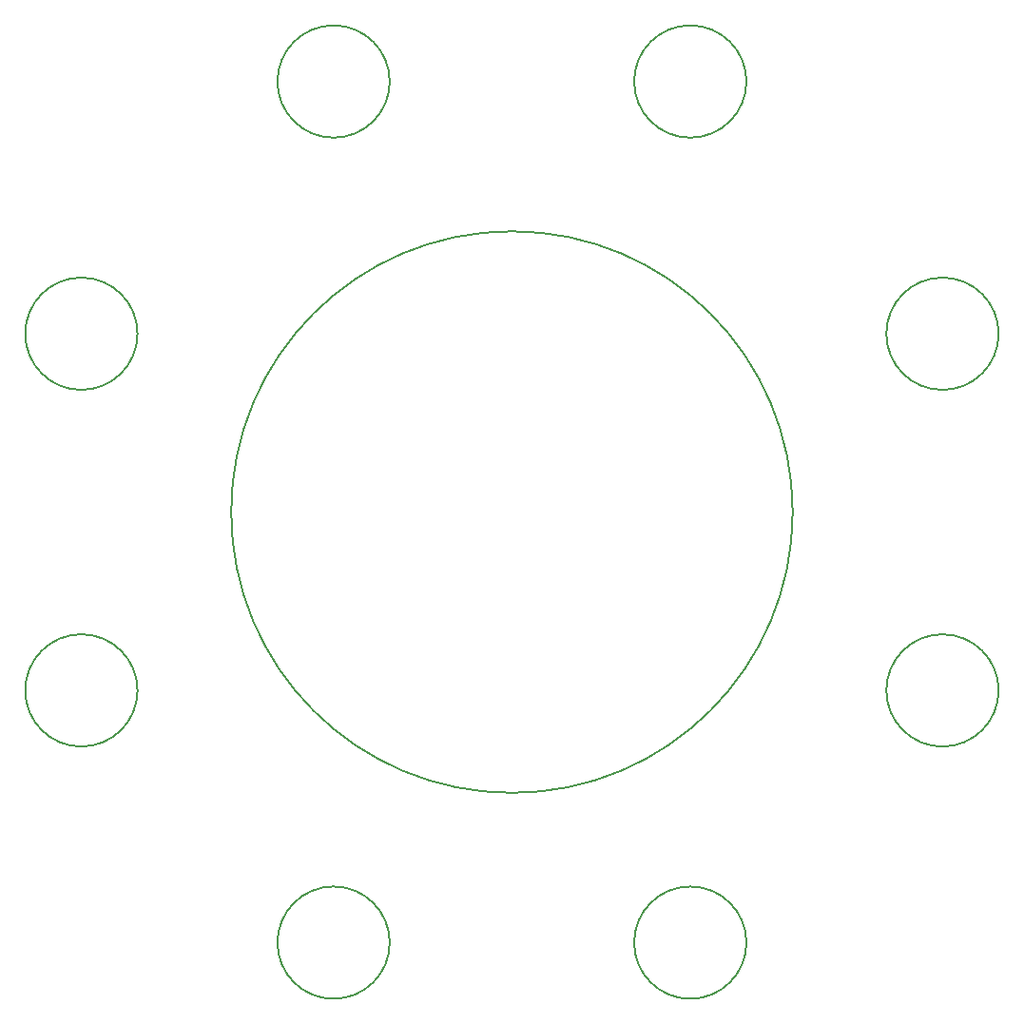
<source format=gbr>
%TF.GenerationSoftware,KiCad,Pcbnew,7.0.2*%
%TF.CreationDate,2023-11-03T12:42:45-06:00*%
%TF.ProjectId,KF50_DB25_PinHeader,4b463530-5f44-4423-9235-5f50696e4865,rev?*%
%TF.SameCoordinates,Original*%
%TF.FileFunction,Other,Comment*%
%FSLAX46Y46*%
G04 Gerber Fmt 4.6, Leading zero omitted, Abs format (unit mm)*
G04 Created by KiCad (PCBNEW 7.0.2) date 2023-11-03 12:42:45*
%MOMM*%
%LPD*%
G01*
G04 APERTURE LIST*
%ADD10C,0.200000*%
%ADD11C,0.150000*%
G04 APERTURE END LIST*
D10*
X25000000Y0D02*
G75*
G03*
X25000000Y0I-25000000J0D01*
G01*
D11*
%TO.C,H8*%
X43341001Y15881362D02*
G75*
G03*
X43341001Y15881362I-5000000J0D01*
G01*
%TO.C,H7*%
X43341001Y-15881362D02*
G75*
G03*
X43341001Y-15881362I-5000000J0D01*
G01*
%TO.C,H6*%
X20881362Y38341001D02*
G75*
G03*
X20881362Y38341001I-5000000J0D01*
G01*
%TO.C,H5*%
X-10881362Y-38341001D02*
G75*
G03*
X-10881362Y-38341001I-5000000J0D01*
G01*
%TO.C,H4*%
X20881362Y-38341001D02*
G75*
G03*
X20881362Y-38341001I-5000000J0D01*
G01*
%TO.C,H3*%
X-33341001Y-15881362D02*
G75*
G03*
X-33341001Y-15881362I-5000000J0D01*
G01*
%TO.C,H2*%
X-33341001Y15881362D02*
G75*
G03*
X-33341001Y15881362I-5000000J0D01*
G01*
%TO.C,H1*%
X-10881362Y38341001D02*
G75*
G03*
X-10881362Y38341001I-5000000J0D01*
G01*
%TD*%
M02*

</source>
